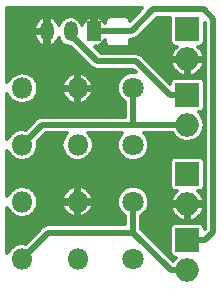
<source format=gbl>
G04 #@! TF.FileFunction,Copper,L2,Bot,Signal*
%FSLAX46Y46*%
G04 Gerber Fmt 4.6, Leading zero omitted, Abs format (unit mm)*
G04 Created by KiCad (PCBNEW 4.0.4-1.fc24-product) date Thu Jun  7 15:39:17 2018*
%MOMM*%
%LPD*%
G01*
G04 APERTURE LIST*
%ADD10C,0.100000*%
%ADD11O,1.800000X1.800000*%
%ADD12C,1.800000*%
%ADD13O,1.998980X1.998980*%
%ADD14R,1.998980X1.998980*%
%ADD15R,1.200000X1.700000*%
%ADD16O,1.200000X1.700000*%
%ADD17C,0.500000*%
%ADD18C,0.300000*%
G04 APERTURE END LIST*
D10*
D11*
X143500000Y-95900000D03*
D12*
X148200000Y-95900000D03*
D11*
X138800000Y-95900000D03*
D12*
X148200000Y-100730000D03*
D11*
X143500000Y-100730000D03*
X138800000Y-100730000D03*
D12*
X148200000Y-91100000D03*
D11*
X143500000Y-91100000D03*
X138800000Y-91100000D03*
D12*
X148200000Y-86300000D03*
D11*
X143500000Y-86300000D03*
X138800000Y-86300000D03*
D13*
X152800000Y-83840000D03*
D14*
X152800000Y-81300000D03*
D13*
X152800000Y-89400000D03*
D14*
X152800000Y-86860000D03*
D13*
X152800000Y-96100000D03*
D14*
X152800000Y-93560000D03*
D13*
X152800000Y-101700000D03*
D14*
X152800000Y-99160000D03*
D15*
X144900000Y-81400000D03*
D16*
X142900000Y-81400000D03*
X140900000Y-81400000D03*
D17*
X152800000Y-89400000D02*
X148200000Y-89400000D01*
X148200000Y-89400000D02*
X140500000Y-89400000D01*
X148200000Y-86300000D02*
X148200000Y-89400000D01*
X140500000Y-89400000D02*
X138800000Y-91100000D01*
X152800000Y-86860000D02*
X151300510Y-86860000D01*
X151300510Y-86860000D02*
X148440510Y-84000000D01*
X148440510Y-84000000D02*
X145150000Y-84000000D01*
X145150000Y-84000000D02*
X142900000Y-81750000D01*
X142900000Y-81750000D02*
X142900000Y-81500000D01*
X138800000Y-100730000D02*
X141016508Y-98513492D01*
X141016508Y-98513492D02*
X148200000Y-98513492D01*
X152800000Y-101700000D02*
X151386508Y-101700000D01*
X151386508Y-101700000D02*
X148200000Y-98513492D01*
X148200000Y-98513492D02*
X148200000Y-97172792D01*
X148200000Y-97172792D02*
X148200000Y-95900000D01*
X149900000Y-79600000D02*
X148100000Y-81400000D01*
X148100000Y-81400000D02*
X144900000Y-81400000D01*
X152800000Y-99160000D02*
X154299490Y-99160000D01*
X154299490Y-99160000D02*
X155000000Y-98459490D01*
X155000000Y-98459490D02*
X155000000Y-80400000D01*
X155000000Y-80400000D02*
X154200000Y-79600000D01*
X154200000Y-79600000D02*
X149900000Y-79600000D01*
D18*
G36*
X151341694Y-80300510D02*
X151341694Y-82299490D01*
X151373072Y-82466250D01*
X151471627Y-82619409D01*
X151622005Y-82722158D01*
X151800510Y-82758306D01*
X151877252Y-82758306D01*
X151649107Y-82958808D01*
X151399496Y-83466312D01*
X151470781Y-83690000D01*
X152650000Y-83690000D01*
X152650000Y-83670000D01*
X152950000Y-83670000D01*
X152950000Y-83690000D01*
X154129219Y-83690000D01*
X154200504Y-83466312D01*
X153950893Y-82958808D01*
X153722748Y-82758306D01*
X153799490Y-82758306D01*
X153966250Y-82726928D01*
X154119409Y-82628373D01*
X154222158Y-82477995D01*
X154258306Y-82299490D01*
X154258306Y-80759274D01*
X154300000Y-80800968D01*
X154300000Y-98169540D01*
X154258306Y-98211234D01*
X154258306Y-98160510D01*
X154226928Y-97993750D01*
X154128373Y-97840591D01*
X153977995Y-97737842D01*
X153799490Y-97701694D01*
X151800510Y-97701694D01*
X151633750Y-97733072D01*
X151480591Y-97831627D01*
X151377842Y-97982005D01*
X151341694Y-98160510D01*
X151341694Y-100159490D01*
X151373072Y-100326250D01*
X151471627Y-100479409D01*
X151622005Y-100582158D01*
X151800510Y-100618306D01*
X151817489Y-100618306D01*
X151775056Y-100646659D01*
X151594035Y-100917577D01*
X148900000Y-98223542D01*
X148900000Y-97071468D01*
X148963715Y-97045142D01*
X149343807Y-96665712D01*
X149423542Y-96473688D01*
X151399496Y-96473688D01*
X151649107Y-96981192D01*
X152073931Y-97354543D01*
X152426314Y-97500493D01*
X152650000Y-97428549D01*
X152650000Y-96250000D01*
X152950000Y-96250000D01*
X152950000Y-97428549D01*
X153173686Y-97500493D01*
X153526069Y-97354543D01*
X153950893Y-96981192D01*
X154200504Y-96473688D01*
X154129219Y-96250000D01*
X152950000Y-96250000D01*
X152650000Y-96250000D01*
X151470781Y-96250000D01*
X151399496Y-96473688D01*
X149423542Y-96473688D01*
X149549765Y-96169710D01*
X149550234Y-95632647D01*
X149345142Y-95136285D01*
X148965712Y-94756193D01*
X148469710Y-94550235D01*
X147932647Y-94549766D01*
X147436285Y-94754858D01*
X147056193Y-95134288D01*
X146850235Y-95630290D01*
X146849766Y-96167353D01*
X147054858Y-96663715D01*
X147434288Y-97043807D01*
X147500000Y-97071093D01*
X147500000Y-97813492D01*
X141016513Y-97813492D01*
X141016508Y-97813491D01*
X140748629Y-97866776D01*
X140521533Y-98018517D01*
X139104702Y-99435348D01*
X138826448Y-99380000D01*
X138773552Y-99380000D01*
X138256929Y-99482763D01*
X137818958Y-99775406D01*
X137526315Y-100213377D01*
X137525000Y-100219988D01*
X137525000Y-96410012D01*
X137526315Y-96416623D01*
X137818958Y-96854594D01*
X138256929Y-97147237D01*
X138773552Y-97250000D01*
X138826448Y-97250000D01*
X139343071Y-97147237D01*
X139781042Y-96854594D01*
X140073685Y-96416623D01*
X140105230Y-96258032D01*
X142198342Y-96258032D01*
X142326412Y-96567252D01*
X142671092Y-96965573D01*
X143141966Y-97201670D01*
X143350000Y-97129153D01*
X143350000Y-96050000D01*
X143650000Y-96050000D01*
X143650000Y-97129153D01*
X143858034Y-97201670D01*
X144328908Y-96965573D01*
X144673588Y-96567252D01*
X144801658Y-96258032D01*
X144728375Y-96050000D01*
X143650000Y-96050000D01*
X143350000Y-96050000D01*
X142271625Y-96050000D01*
X142198342Y-96258032D01*
X140105230Y-96258032D01*
X140176448Y-95900000D01*
X140105231Y-95541968D01*
X142198342Y-95541968D01*
X142271625Y-95750000D01*
X143350000Y-95750000D01*
X143350000Y-94670847D01*
X143650000Y-94670847D01*
X143650000Y-95750000D01*
X144728375Y-95750000D01*
X144801658Y-95541968D01*
X144673588Y-95232748D01*
X144328908Y-94834427D01*
X143858034Y-94598330D01*
X143650000Y-94670847D01*
X143350000Y-94670847D01*
X143141966Y-94598330D01*
X142671092Y-94834427D01*
X142326412Y-95232748D01*
X142198342Y-95541968D01*
X140105231Y-95541968D01*
X140073685Y-95383377D01*
X139781042Y-94945406D01*
X139343071Y-94652763D01*
X138826448Y-94550000D01*
X138773552Y-94550000D01*
X138256929Y-94652763D01*
X137818958Y-94945406D01*
X137526315Y-95383377D01*
X137525000Y-95389988D01*
X137525000Y-92560510D01*
X151341694Y-92560510D01*
X151341694Y-94559490D01*
X151373072Y-94726250D01*
X151471627Y-94879409D01*
X151622005Y-94982158D01*
X151800510Y-95018306D01*
X151877252Y-95018306D01*
X151649107Y-95218808D01*
X151399496Y-95726312D01*
X151470781Y-95950000D01*
X152650000Y-95950000D01*
X152650000Y-95930000D01*
X152950000Y-95930000D01*
X152950000Y-95950000D01*
X154129219Y-95950000D01*
X154200504Y-95726312D01*
X153950893Y-95218808D01*
X153722748Y-95018306D01*
X153799490Y-95018306D01*
X153966250Y-94986928D01*
X154119409Y-94888373D01*
X154222158Y-94737995D01*
X154258306Y-94559490D01*
X154258306Y-92560510D01*
X154226928Y-92393750D01*
X154128373Y-92240591D01*
X153977995Y-92137842D01*
X153799490Y-92101694D01*
X151800510Y-92101694D01*
X151633750Y-92133072D01*
X151480591Y-92231627D01*
X151377842Y-92382005D01*
X151341694Y-92560510D01*
X137525000Y-92560510D01*
X137525000Y-91610012D01*
X137526315Y-91616623D01*
X137818958Y-92054594D01*
X138256929Y-92347237D01*
X138773552Y-92450000D01*
X138826448Y-92450000D01*
X139343071Y-92347237D01*
X139781042Y-92054594D01*
X140073685Y-91616623D01*
X140176448Y-91100000D01*
X140112324Y-90777626D01*
X140789950Y-90100000D01*
X142586913Y-90100000D01*
X142518958Y-90145406D01*
X142226315Y-90583377D01*
X142123552Y-91100000D01*
X142226315Y-91616623D01*
X142518958Y-92054594D01*
X142956929Y-92347237D01*
X143473552Y-92450000D01*
X143526448Y-92450000D01*
X144043071Y-92347237D01*
X144481042Y-92054594D01*
X144773685Y-91616623D01*
X144876448Y-91100000D01*
X144773685Y-90583377D01*
X144481042Y-90145406D01*
X144413087Y-90100000D01*
X147290890Y-90100000D01*
X147056193Y-90334288D01*
X146850235Y-90830290D01*
X146849766Y-91367353D01*
X147054858Y-91863715D01*
X147434288Y-92243807D01*
X147930290Y-92449765D01*
X148467353Y-92450234D01*
X148963715Y-92245142D01*
X149343807Y-91865712D01*
X149549765Y-91369710D01*
X149550234Y-90832647D01*
X149345142Y-90336285D01*
X149109269Y-90100000D01*
X151538961Y-90100000D01*
X151775056Y-90453341D01*
X152245304Y-90767551D01*
X152800000Y-90877887D01*
X153354696Y-90767551D01*
X153824944Y-90453341D01*
X154139154Y-89983093D01*
X154249490Y-89428397D01*
X154249490Y-89371603D01*
X154139154Y-88816907D01*
X153824944Y-88346659D01*
X153782511Y-88318306D01*
X153799490Y-88318306D01*
X153966250Y-88286928D01*
X154119409Y-88188373D01*
X154222158Y-88037995D01*
X154258306Y-87859490D01*
X154258306Y-85860510D01*
X154226928Y-85693750D01*
X154128373Y-85540591D01*
X153977995Y-85437842D01*
X153799490Y-85401694D01*
X151800510Y-85401694D01*
X151633750Y-85433072D01*
X151480591Y-85531627D01*
X151377842Y-85682005D01*
X151341694Y-85860510D01*
X151341694Y-85911234D01*
X149644148Y-84213688D01*
X151399496Y-84213688D01*
X151649107Y-84721192D01*
X152073931Y-85094543D01*
X152426314Y-85240493D01*
X152650000Y-85168549D01*
X152650000Y-83990000D01*
X152950000Y-83990000D01*
X152950000Y-85168549D01*
X153173686Y-85240493D01*
X153526069Y-85094543D01*
X153950893Y-84721192D01*
X154200504Y-84213688D01*
X154129219Y-83990000D01*
X152950000Y-83990000D01*
X152650000Y-83990000D01*
X151470781Y-83990000D01*
X151399496Y-84213688D01*
X149644148Y-84213688D01*
X148935485Y-83505025D01*
X148708389Y-83353284D01*
X148440510Y-83300000D01*
X145439949Y-83300000D01*
X144939949Y-82800000D01*
X145050002Y-82800000D01*
X145050002Y-82675423D01*
X145210725Y-82752970D01*
X145602255Y-82546440D01*
X145841184Y-82233322D01*
X145841184Y-82350000D01*
X145872562Y-82516760D01*
X145971117Y-82669919D01*
X146121495Y-82772668D01*
X146300000Y-82808816D01*
X147500000Y-82808816D01*
X147666760Y-82777438D01*
X147819919Y-82678883D01*
X147922668Y-82528505D01*
X147958816Y-82350000D01*
X147958816Y-82200000D01*
X148000000Y-82200000D01*
X148267879Y-82146716D01*
X148494975Y-81994975D01*
X150189950Y-80300000D01*
X151341797Y-80300000D01*
X151341694Y-80300510D01*
X151341694Y-80300510D01*
G37*
X151341694Y-80300510D02*
X151341694Y-82299490D01*
X151373072Y-82466250D01*
X151471627Y-82619409D01*
X151622005Y-82722158D01*
X151800510Y-82758306D01*
X151877252Y-82758306D01*
X151649107Y-82958808D01*
X151399496Y-83466312D01*
X151470781Y-83690000D01*
X152650000Y-83690000D01*
X152650000Y-83670000D01*
X152950000Y-83670000D01*
X152950000Y-83690000D01*
X154129219Y-83690000D01*
X154200504Y-83466312D01*
X153950893Y-82958808D01*
X153722748Y-82758306D01*
X153799490Y-82758306D01*
X153966250Y-82726928D01*
X154119409Y-82628373D01*
X154222158Y-82477995D01*
X154258306Y-82299490D01*
X154258306Y-80759274D01*
X154300000Y-80800968D01*
X154300000Y-98169540D01*
X154258306Y-98211234D01*
X154258306Y-98160510D01*
X154226928Y-97993750D01*
X154128373Y-97840591D01*
X153977995Y-97737842D01*
X153799490Y-97701694D01*
X151800510Y-97701694D01*
X151633750Y-97733072D01*
X151480591Y-97831627D01*
X151377842Y-97982005D01*
X151341694Y-98160510D01*
X151341694Y-100159490D01*
X151373072Y-100326250D01*
X151471627Y-100479409D01*
X151622005Y-100582158D01*
X151800510Y-100618306D01*
X151817489Y-100618306D01*
X151775056Y-100646659D01*
X151594035Y-100917577D01*
X148900000Y-98223542D01*
X148900000Y-97071468D01*
X148963715Y-97045142D01*
X149343807Y-96665712D01*
X149423542Y-96473688D01*
X151399496Y-96473688D01*
X151649107Y-96981192D01*
X152073931Y-97354543D01*
X152426314Y-97500493D01*
X152650000Y-97428549D01*
X152650000Y-96250000D01*
X152950000Y-96250000D01*
X152950000Y-97428549D01*
X153173686Y-97500493D01*
X153526069Y-97354543D01*
X153950893Y-96981192D01*
X154200504Y-96473688D01*
X154129219Y-96250000D01*
X152950000Y-96250000D01*
X152650000Y-96250000D01*
X151470781Y-96250000D01*
X151399496Y-96473688D01*
X149423542Y-96473688D01*
X149549765Y-96169710D01*
X149550234Y-95632647D01*
X149345142Y-95136285D01*
X148965712Y-94756193D01*
X148469710Y-94550235D01*
X147932647Y-94549766D01*
X147436285Y-94754858D01*
X147056193Y-95134288D01*
X146850235Y-95630290D01*
X146849766Y-96167353D01*
X147054858Y-96663715D01*
X147434288Y-97043807D01*
X147500000Y-97071093D01*
X147500000Y-97813492D01*
X141016513Y-97813492D01*
X141016508Y-97813491D01*
X140748629Y-97866776D01*
X140521533Y-98018517D01*
X139104702Y-99435348D01*
X138826448Y-99380000D01*
X138773552Y-99380000D01*
X138256929Y-99482763D01*
X137818958Y-99775406D01*
X137526315Y-100213377D01*
X137525000Y-100219988D01*
X137525000Y-96410012D01*
X137526315Y-96416623D01*
X137818958Y-96854594D01*
X138256929Y-97147237D01*
X138773552Y-97250000D01*
X138826448Y-97250000D01*
X139343071Y-97147237D01*
X139781042Y-96854594D01*
X140073685Y-96416623D01*
X140105230Y-96258032D01*
X142198342Y-96258032D01*
X142326412Y-96567252D01*
X142671092Y-96965573D01*
X143141966Y-97201670D01*
X143350000Y-97129153D01*
X143350000Y-96050000D01*
X143650000Y-96050000D01*
X143650000Y-97129153D01*
X143858034Y-97201670D01*
X144328908Y-96965573D01*
X144673588Y-96567252D01*
X144801658Y-96258032D01*
X144728375Y-96050000D01*
X143650000Y-96050000D01*
X143350000Y-96050000D01*
X142271625Y-96050000D01*
X142198342Y-96258032D01*
X140105230Y-96258032D01*
X140176448Y-95900000D01*
X140105231Y-95541968D01*
X142198342Y-95541968D01*
X142271625Y-95750000D01*
X143350000Y-95750000D01*
X143350000Y-94670847D01*
X143650000Y-94670847D01*
X143650000Y-95750000D01*
X144728375Y-95750000D01*
X144801658Y-95541968D01*
X144673588Y-95232748D01*
X144328908Y-94834427D01*
X143858034Y-94598330D01*
X143650000Y-94670847D01*
X143350000Y-94670847D01*
X143141966Y-94598330D01*
X142671092Y-94834427D01*
X142326412Y-95232748D01*
X142198342Y-95541968D01*
X140105231Y-95541968D01*
X140073685Y-95383377D01*
X139781042Y-94945406D01*
X139343071Y-94652763D01*
X138826448Y-94550000D01*
X138773552Y-94550000D01*
X138256929Y-94652763D01*
X137818958Y-94945406D01*
X137526315Y-95383377D01*
X137525000Y-95389988D01*
X137525000Y-92560510D01*
X151341694Y-92560510D01*
X151341694Y-94559490D01*
X151373072Y-94726250D01*
X151471627Y-94879409D01*
X151622005Y-94982158D01*
X151800510Y-95018306D01*
X151877252Y-95018306D01*
X151649107Y-95218808D01*
X151399496Y-95726312D01*
X151470781Y-95950000D01*
X152650000Y-95950000D01*
X152650000Y-95930000D01*
X152950000Y-95930000D01*
X152950000Y-95950000D01*
X154129219Y-95950000D01*
X154200504Y-95726312D01*
X153950893Y-95218808D01*
X153722748Y-95018306D01*
X153799490Y-95018306D01*
X153966250Y-94986928D01*
X154119409Y-94888373D01*
X154222158Y-94737995D01*
X154258306Y-94559490D01*
X154258306Y-92560510D01*
X154226928Y-92393750D01*
X154128373Y-92240591D01*
X153977995Y-92137842D01*
X153799490Y-92101694D01*
X151800510Y-92101694D01*
X151633750Y-92133072D01*
X151480591Y-92231627D01*
X151377842Y-92382005D01*
X151341694Y-92560510D01*
X137525000Y-92560510D01*
X137525000Y-91610012D01*
X137526315Y-91616623D01*
X137818958Y-92054594D01*
X138256929Y-92347237D01*
X138773552Y-92450000D01*
X138826448Y-92450000D01*
X139343071Y-92347237D01*
X139781042Y-92054594D01*
X140073685Y-91616623D01*
X140176448Y-91100000D01*
X140112324Y-90777626D01*
X140789950Y-90100000D01*
X142586913Y-90100000D01*
X142518958Y-90145406D01*
X142226315Y-90583377D01*
X142123552Y-91100000D01*
X142226315Y-91616623D01*
X142518958Y-92054594D01*
X142956929Y-92347237D01*
X143473552Y-92450000D01*
X143526448Y-92450000D01*
X144043071Y-92347237D01*
X144481042Y-92054594D01*
X144773685Y-91616623D01*
X144876448Y-91100000D01*
X144773685Y-90583377D01*
X144481042Y-90145406D01*
X144413087Y-90100000D01*
X147290890Y-90100000D01*
X147056193Y-90334288D01*
X146850235Y-90830290D01*
X146849766Y-91367353D01*
X147054858Y-91863715D01*
X147434288Y-92243807D01*
X147930290Y-92449765D01*
X148467353Y-92450234D01*
X148963715Y-92245142D01*
X149343807Y-91865712D01*
X149549765Y-91369710D01*
X149550234Y-90832647D01*
X149345142Y-90336285D01*
X149109269Y-90100000D01*
X151538961Y-90100000D01*
X151775056Y-90453341D01*
X152245304Y-90767551D01*
X152800000Y-90877887D01*
X153354696Y-90767551D01*
X153824944Y-90453341D01*
X154139154Y-89983093D01*
X154249490Y-89428397D01*
X154249490Y-89371603D01*
X154139154Y-88816907D01*
X153824944Y-88346659D01*
X153782511Y-88318306D01*
X153799490Y-88318306D01*
X153966250Y-88286928D01*
X154119409Y-88188373D01*
X154222158Y-88037995D01*
X154258306Y-87859490D01*
X154258306Y-85860510D01*
X154226928Y-85693750D01*
X154128373Y-85540591D01*
X153977995Y-85437842D01*
X153799490Y-85401694D01*
X151800510Y-85401694D01*
X151633750Y-85433072D01*
X151480591Y-85531627D01*
X151377842Y-85682005D01*
X151341694Y-85860510D01*
X151341694Y-85911234D01*
X149644148Y-84213688D01*
X151399496Y-84213688D01*
X151649107Y-84721192D01*
X152073931Y-85094543D01*
X152426314Y-85240493D01*
X152650000Y-85168549D01*
X152650000Y-83990000D01*
X152950000Y-83990000D01*
X152950000Y-85168549D01*
X153173686Y-85240493D01*
X153526069Y-85094543D01*
X153950893Y-84721192D01*
X154200504Y-84213688D01*
X154129219Y-83990000D01*
X152950000Y-83990000D01*
X152650000Y-83990000D01*
X151470781Y-83990000D01*
X151399496Y-84213688D01*
X149644148Y-84213688D01*
X148935485Y-83505025D01*
X148708389Y-83353284D01*
X148440510Y-83300000D01*
X145439949Y-83300000D01*
X144939949Y-82800000D01*
X145050002Y-82800000D01*
X145050002Y-82675423D01*
X145210725Y-82752970D01*
X145602255Y-82546440D01*
X145841184Y-82233322D01*
X145841184Y-82350000D01*
X145872562Y-82516760D01*
X145971117Y-82669919D01*
X146121495Y-82772668D01*
X146300000Y-82808816D01*
X147500000Y-82808816D01*
X147666760Y-82777438D01*
X147819919Y-82678883D01*
X147922668Y-82528505D01*
X147958816Y-82350000D01*
X147958816Y-82200000D01*
X148000000Y-82200000D01*
X148267879Y-82146716D01*
X148494975Y-81994975D01*
X150189950Y-80300000D01*
X151341797Y-80300000D01*
X151341694Y-80300510D01*
G36*
X147943175Y-80566875D02*
X147927438Y-80483240D01*
X147828883Y-80330081D01*
X147678505Y-80227332D01*
X147500000Y-80191184D01*
X146300000Y-80191184D01*
X146133240Y-80222562D01*
X145980081Y-80321117D01*
X145877332Y-80471495D01*
X145841184Y-80650000D01*
X145841184Y-80766678D01*
X145602255Y-80453560D01*
X145210725Y-80247030D01*
X145050000Y-80324578D01*
X145050000Y-81350000D01*
X145070000Y-81350000D01*
X145070000Y-81650000D01*
X145050000Y-81650000D01*
X145050000Y-81670000D01*
X144750000Y-81670000D01*
X144750000Y-81650000D01*
X144730000Y-81650000D01*
X144730000Y-81350000D01*
X144750000Y-81350000D01*
X144750000Y-80324578D01*
X144589275Y-80247030D01*
X144197745Y-80453560D01*
X143946417Y-80782927D01*
X143898281Y-80964522D01*
X143870074Y-80822713D01*
X143642462Y-80482069D01*
X143301818Y-80254457D01*
X142900000Y-80174531D01*
X142498182Y-80254457D01*
X142157538Y-80482069D01*
X141929926Y-80822713D01*
X141901719Y-80964522D01*
X141853583Y-80782927D01*
X141602255Y-80453560D01*
X141210725Y-80247030D01*
X141050000Y-80324578D01*
X141050000Y-81350000D01*
X141070000Y-81350000D01*
X141070000Y-81650000D01*
X141050000Y-81650000D01*
X141050000Y-82675422D01*
X141210725Y-82752970D01*
X141602255Y-82546440D01*
X141853583Y-82217073D01*
X141901719Y-82035478D01*
X141929926Y-82177287D01*
X142157538Y-82517931D01*
X142498182Y-82745543D01*
X142900000Y-82825469D01*
X142971331Y-82811281D01*
X144655023Y-84494972D01*
X144655025Y-84494975D01*
X144768574Y-84570846D01*
X144882121Y-84646716D01*
X145150000Y-84700001D01*
X145150005Y-84700000D01*
X148150560Y-84700000D01*
X148400735Y-84950175D01*
X147932647Y-84949766D01*
X147436285Y-85154858D01*
X147056193Y-85534288D01*
X146850235Y-86030290D01*
X146849766Y-86567353D01*
X147054858Y-87063715D01*
X147434288Y-87443807D01*
X147500000Y-87471093D01*
X147500000Y-88700000D01*
X140500000Y-88700000D01*
X140232121Y-88753284D01*
X140005025Y-88905025D01*
X139104702Y-89805348D01*
X138826448Y-89750000D01*
X138773552Y-89750000D01*
X138256929Y-89852763D01*
X137818958Y-90145406D01*
X137526315Y-90583377D01*
X137525000Y-90589988D01*
X137525000Y-86810012D01*
X137526315Y-86816623D01*
X137818958Y-87254594D01*
X138256929Y-87547237D01*
X138773552Y-87650000D01*
X138826448Y-87650000D01*
X139343071Y-87547237D01*
X139781042Y-87254594D01*
X140073685Y-86816623D01*
X140105230Y-86658032D01*
X142198342Y-86658032D01*
X142326412Y-86967252D01*
X142671092Y-87365573D01*
X143141966Y-87601670D01*
X143350000Y-87529153D01*
X143350000Y-86450000D01*
X143650000Y-86450000D01*
X143650000Y-87529153D01*
X143858034Y-87601670D01*
X144328908Y-87365573D01*
X144673588Y-86967252D01*
X144801658Y-86658032D01*
X144728375Y-86450000D01*
X143650000Y-86450000D01*
X143350000Y-86450000D01*
X142271625Y-86450000D01*
X142198342Y-86658032D01*
X140105230Y-86658032D01*
X140176448Y-86300000D01*
X140105231Y-85941968D01*
X142198342Y-85941968D01*
X142271625Y-86150000D01*
X143350000Y-86150000D01*
X143350000Y-85070847D01*
X143650000Y-85070847D01*
X143650000Y-86150000D01*
X144728375Y-86150000D01*
X144801658Y-85941968D01*
X144673588Y-85632748D01*
X144328908Y-85234427D01*
X143858034Y-84998330D01*
X143650000Y-85070847D01*
X143350000Y-85070847D01*
X143141966Y-84998330D01*
X142671092Y-85234427D01*
X142326412Y-85632748D01*
X142198342Y-85941968D01*
X140105231Y-85941968D01*
X140073685Y-85783377D01*
X139781042Y-85345406D01*
X139343071Y-85052763D01*
X138826448Y-84950000D01*
X138773552Y-84950000D01*
X138256929Y-85052763D01*
X137818958Y-85345406D01*
X137526315Y-85783377D01*
X137525000Y-85789988D01*
X137525000Y-81816599D01*
X139840263Y-81816599D01*
X139946417Y-82217073D01*
X140197745Y-82546440D01*
X140589275Y-82752970D01*
X140750000Y-82675422D01*
X140750000Y-81650000D01*
X139955392Y-81650000D01*
X139840263Y-81816599D01*
X137525000Y-81816599D01*
X137525000Y-81183401D01*
X139840263Y-81183401D01*
X139955392Y-81350000D01*
X140750000Y-81350000D01*
X140750000Y-80324578D01*
X140589275Y-80247030D01*
X140197745Y-80453560D01*
X139946417Y-80782927D01*
X139840263Y-81183401D01*
X137525000Y-81183401D01*
X137525000Y-79525000D01*
X148985050Y-79525000D01*
X147943175Y-80566875D01*
X147943175Y-80566875D01*
G37*
X147943175Y-80566875D02*
X147927438Y-80483240D01*
X147828883Y-80330081D01*
X147678505Y-80227332D01*
X147500000Y-80191184D01*
X146300000Y-80191184D01*
X146133240Y-80222562D01*
X145980081Y-80321117D01*
X145877332Y-80471495D01*
X145841184Y-80650000D01*
X145841184Y-80766678D01*
X145602255Y-80453560D01*
X145210725Y-80247030D01*
X145050000Y-80324578D01*
X145050000Y-81350000D01*
X145070000Y-81350000D01*
X145070000Y-81650000D01*
X145050000Y-81650000D01*
X145050000Y-81670000D01*
X144750000Y-81670000D01*
X144750000Y-81650000D01*
X144730000Y-81650000D01*
X144730000Y-81350000D01*
X144750000Y-81350000D01*
X144750000Y-80324578D01*
X144589275Y-80247030D01*
X144197745Y-80453560D01*
X143946417Y-80782927D01*
X143898281Y-80964522D01*
X143870074Y-80822713D01*
X143642462Y-80482069D01*
X143301818Y-80254457D01*
X142900000Y-80174531D01*
X142498182Y-80254457D01*
X142157538Y-80482069D01*
X141929926Y-80822713D01*
X141901719Y-80964522D01*
X141853583Y-80782927D01*
X141602255Y-80453560D01*
X141210725Y-80247030D01*
X141050000Y-80324578D01*
X141050000Y-81350000D01*
X141070000Y-81350000D01*
X141070000Y-81650000D01*
X141050000Y-81650000D01*
X141050000Y-82675422D01*
X141210725Y-82752970D01*
X141602255Y-82546440D01*
X141853583Y-82217073D01*
X141901719Y-82035478D01*
X141929926Y-82177287D01*
X142157538Y-82517931D01*
X142498182Y-82745543D01*
X142900000Y-82825469D01*
X142971331Y-82811281D01*
X144655023Y-84494972D01*
X144655025Y-84494975D01*
X144768574Y-84570846D01*
X144882121Y-84646716D01*
X145150000Y-84700001D01*
X145150005Y-84700000D01*
X148150560Y-84700000D01*
X148400735Y-84950175D01*
X147932647Y-84949766D01*
X147436285Y-85154858D01*
X147056193Y-85534288D01*
X146850235Y-86030290D01*
X146849766Y-86567353D01*
X147054858Y-87063715D01*
X147434288Y-87443807D01*
X147500000Y-87471093D01*
X147500000Y-88700000D01*
X140500000Y-88700000D01*
X140232121Y-88753284D01*
X140005025Y-88905025D01*
X139104702Y-89805348D01*
X138826448Y-89750000D01*
X138773552Y-89750000D01*
X138256929Y-89852763D01*
X137818958Y-90145406D01*
X137526315Y-90583377D01*
X137525000Y-90589988D01*
X137525000Y-86810012D01*
X137526315Y-86816623D01*
X137818958Y-87254594D01*
X138256929Y-87547237D01*
X138773552Y-87650000D01*
X138826448Y-87650000D01*
X139343071Y-87547237D01*
X139781042Y-87254594D01*
X140073685Y-86816623D01*
X140105230Y-86658032D01*
X142198342Y-86658032D01*
X142326412Y-86967252D01*
X142671092Y-87365573D01*
X143141966Y-87601670D01*
X143350000Y-87529153D01*
X143350000Y-86450000D01*
X143650000Y-86450000D01*
X143650000Y-87529153D01*
X143858034Y-87601670D01*
X144328908Y-87365573D01*
X144673588Y-86967252D01*
X144801658Y-86658032D01*
X144728375Y-86450000D01*
X143650000Y-86450000D01*
X143350000Y-86450000D01*
X142271625Y-86450000D01*
X142198342Y-86658032D01*
X140105230Y-86658032D01*
X140176448Y-86300000D01*
X140105231Y-85941968D01*
X142198342Y-85941968D01*
X142271625Y-86150000D01*
X143350000Y-86150000D01*
X143350000Y-85070847D01*
X143650000Y-85070847D01*
X143650000Y-86150000D01*
X144728375Y-86150000D01*
X144801658Y-85941968D01*
X144673588Y-85632748D01*
X144328908Y-85234427D01*
X143858034Y-84998330D01*
X143650000Y-85070847D01*
X143350000Y-85070847D01*
X143141966Y-84998330D01*
X142671092Y-85234427D01*
X142326412Y-85632748D01*
X142198342Y-85941968D01*
X140105231Y-85941968D01*
X140073685Y-85783377D01*
X139781042Y-85345406D01*
X139343071Y-85052763D01*
X138826448Y-84950000D01*
X138773552Y-84950000D01*
X138256929Y-85052763D01*
X137818958Y-85345406D01*
X137526315Y-85783377D01*
X137525000Y-85789988D01*
X137525000Y-81816599D01*
X139840263Y-81816599D01*
X139946417Y-82217073D01*
X140197745Y-82546440D01*
X140589275Y-82752970D01*
X140750000Y-82675422D01*
X140750000Y-81650000D01*
X139955392Y-81650000D01*
X139840263Y-81816599D01*
X137525000Y-81816599D01*
X137525000Y-81183401D01*
X139840263Y-81183401D01*
X139955392Y-81350000D01*
X140750000Y-81350000D01*
X140750000Y-80324578D01*
X140589275Y-80247030D01*
X140197745Y-80453560D01*
X139946417Y-80782927D01*
X139840263Y-81183401D01*
X137525000Y-81183401D01*
X137525000Y-79525000D01*
X148985050Y-79525000D01*
X147943175Y-80566875D01*
M02*

</source>
